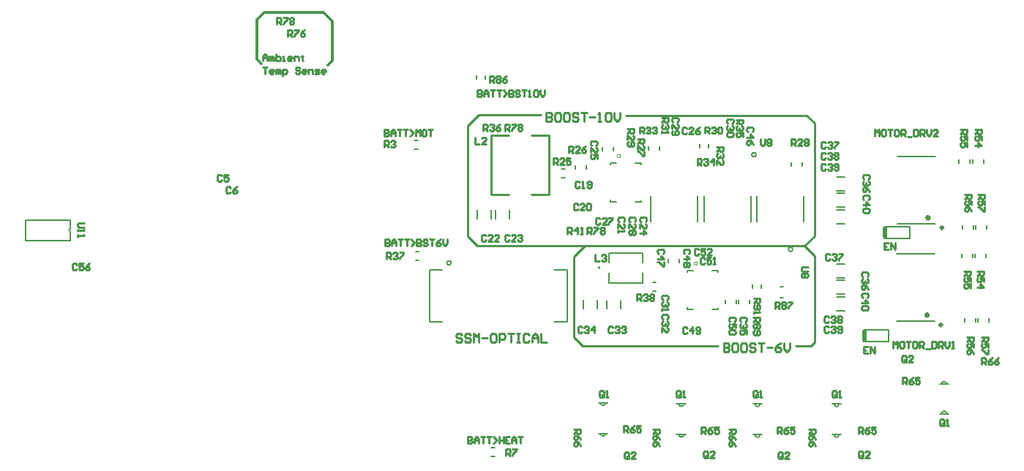
<source format=gto>
G04*
G04 #@! TF.GenerationSoftware,Altium Limited,Altium Designer,19.1.5 (86)*
G04*
G04 Layer_Color=65535*
%FSLAX44Y44*%
%MOMM*%
G71*
G01*
G75*
%ADD10C,0.2000*%
%ADD11C,0.1524*%
%ADD12C,0.0000*%
%ADD13C,0.1270*%
%ADD14C,0.3000*%
%ADD15C,0.2540*%
%ADD16C,0.5000*%
D10*
X780350Y438100D02*
G03*
X780350Y438100I-2500J0D01*
G01*
X339740Y477545D02*
G03*
X339740Y474295I0J-1625D01*
G01*
X1175470Y453910D02*
G03*
X1175470Y453910I-2500J0D01*
G01*
X1133070Y563370D02*
G03*
X1133070Y563370I-2500J0D01*
G01*
X899770Y429845D02*
X914375D01*
Y370155D02*
Y429845D01*
X899770Y370155D02*
X914375D01*
X755625Y429845D02*
X770230D01*
X755625Y370155D02*
Y429845D01*
Y370155D02*
X770230D01*
X1031950Y438640D02*
Y442640D01*
X1044450Y438640D02*
Y442640D01*
X339740Y477545D02*
Y487570D01*
Y464270D02*
Y474295D01*
X287740Y464270D02*
X339740D01*
X287740D02*
Y487570D01*
X339740D01*
X1226000Y382910D02*
X1236000D01*
X1226000Y398910D02*
X1236000D01*
X1226000Y401960D02*
X1236000D01*
X1226000Y417960D02*
X1236000D01*
X1226000Y420600D02*
X1236000D01*
X1226000Y436600D02*
X1236000D01*
X1374850Y370060D02*
Y374060D01*
X1387350Y370060D02*
Y374060D01*
X1390090Y370060D02*
Y374060D01*
X1402590Y370060D02*
Y374060D01*
X1398780Y444380D02*
Y448380D01*
X1386280Y444380D02*
Y448380D01*
X1383540Y444380D02*
Y448380D01*
X1371040Y444380D02*
Y448380D01*
X1257910Y360420D02*
X1286400D01*
Y346920D02*
Y360420D01*
X1257910Y346920D02*
X1286400D01*
X1226000Y483660D02*
X1236000D01*
X1226000Y499660D02*
X1236000D01*
X1226000Y502710D02*
X1236000D01*
X1226000Y518710D02*
X1236000D01*
X1226000Y521760D02*
X1236000D01*
X1226000Y537760D02*
X1236000D01*
X1387550Y477400D02*
Y481400D01*
X1400050Y477400D02*
Y481400D01*
X1372310Y477400D02*
Y481400D01*
X1384810Y477400D02*
Y481400D01*
X1379989Y553600D02*
Y557600D01*
X1367489Y553600D02*
Y557600D01*
X1396240Y553600D02*
Y557600D01*
X1383740Y553600D02*
Y557600D01*
X1282040Y479800D02*
X1310530D01*
Y466300D02*
Y479800D01*
X1282040Y466300D02*
X1310530D01*
X1160660Y410720D02*
X1164660D01*
X1160660Y398220D02*
X1164660D01*
X826650Y224050D02*
X830650D01*
X826650Y214050D02*
X830650D01*
X737750Y579650D02*
X741750D01*
X737750Y569650D02*
X741750D01*
X1186690Y550450D02*
Y554450D01*
X1174190Y550450D02*
Y554450D01*
X1110490Y391040D02*
Y395040D01*
X1097990Y391040D02*
Y395040D01*
X1138750Y409000D02*
Y413000D01*
X1128750Y409000D02*
Y413000D01*
X739020Y451380D02*
X743020D01*
X739020Y441380D02*
X743020D01*
X1013340Y405820D02*
X1017340D01*
X1013340Y415820D02*
X1017340D01*
X968250Y568230D02*
Y572230D01*
X955750Y568230D02*
Y572230D01*
X1113230Y391040D02*
Y395040D01*
X1125730Y391040D02*
Y395040D01*
X1021590Y568840D02*
Y572840D01*
X1009090Y568840D02*
Y572840D01*
X848080Y489640D02*
Y499640D01*
X832080Y489640D02*
Y499640D01*
X826490Y489640D02*
Y499640D01*
X810490Y489640D02*
Y499640D01*
X1067750Y571250D02*
Y575250D01*
X1077750Y571250D02*
Y575250D01*
X907930Y546630D02*
X911930D01*
X907930Y536630D02*
X911930D01*
X809680Y651390D02*
Y655390D01*
X819680Y651390D02*
Y655390D01*
X936500Y547250D02*
Y551250D01*
X924000Y547250D02*
Y551250D01*
X976750Y384750D02*
Y394750D01*
X960750Y384750D02*
Y394750D01*
X949000Y385000D02*
Y395000D01*
X933000Y385000D02*
Y395000D01*
D11*
X952348Y432410D02*
G03*
X952348Y432410I-762J0D01*
G01*
X1131672Y239370D02*
G03*
X1137768Y239370I3048J0D01*
G01*
X953182Y240640D02*
G03*
X959278Y240640I3048J0D01*
G01*
X1353668Y297790D02*
G03*
X1347572Y297790I-3048J0D01*
G01*
X1043462Y239370D02*
G03*
X1049558Y239370I3048J0D01*
G01*
X1223112D02*
G03*
X1229208Y239370I3048J0D01*
G01*
X1131672Y274930D02*
G03*
X1137768Y274930I3048J0D01*
G01*
X953182Y276200D02*
G03*
X959278Y276200I3048J0D01*
G01*
X1223112Y274930D02*
G03*
X1229208Y274930I3048J0D01*
G01*
X1353668Y263500D02*
G03*
X1347572Y263500I-3048J0D01*
G01*
X1043462Y274930D02*
G03*
X1049558Y274930I3048J0D01*
G01*
X1001624Y438238D02*
Y449682D01*
X963016Y415138D02*
X1001624D01*
Y426582D01*
X963016Y449682D02*
X1001624D01*
X963016Y438238D02*
Y449682D01*
Y415138D02*
Y426582D01*
X1129386Y239370D02*
X1131672D01*
X1137768D01*
X1140054D01*
X950896Y240640D02*
X953182D01*
X959278D01*
X961564D01*
X1353668Y297790D02*
X1355954D01*
X1347572D02*
X1353668D01*
X1345286D02*
X1347572D01*
X1041176Y239370D02*
X1043462D01*
X1049558D01*
X1051844D01*
X1220826D02*
X1223112D01*
X1229208D01*
X1231494D01*
X1129386Y274930D02*
X1131672D01*
X1137768D01*
X1140054D01*
X950896Y276200D02*
X953182D01*
X959278D01*
X961564D01*
X1220826Y274930D02*
X1223112D01*
X1229208D01*
X1231494D01*
X1353668Y263500D02*
X1355954D01*
X1347572D02*
X1353668D01*
X1345286D02*
X1347572D01*
X1041176Y274930D02*
X1043462D01*
X1049558D01*
X1051844D01*
D12*
X976470Y561570D02*
G03*
X976470Y561570I-2000J0D01*
G01*
X1065370Y437110D02*
G03*
X1065370Y437110I-2000J0D01*
G01*
D13*
X1332356Y377650D02*
G03*
X1332356Y377650I-1556J0D01*
G01*
X1331900D02*
G03*
X1331900Y377650I-1100J0D01*
G01*
X1333000D02*
G03*
X1333000Y377650I-1100J0D01*
G01*
D02*
G03*
X1333000Y377650I-1100J0D01*
G01*
X1333260D02*
G03*
X1333260Y377650I-2460J0D01*
G01*
X1333516Y490240D02*
G03*
X1333516Y490240I-1556J0D01*
G01*
X1333060D02*
G03*
X1333060Y490240I-1100J0D01*
G01*
X1334160D02*
G03*
X1334160Y490240I-1100J0D01*
G01*
D02*
G03*
X1334160Y490240I-1100J0D01*
G01*
X1334420D02*
G03*
X1334420Y490240I-2460J0D01*
G01*
X964820Y553970D02*
X971320D01*
X964820Y551970D02*
Y553970D01*
X993320D02*
X999820D01*
Y551970D02*
Y553970D01*
X993320Y508970D02*
X999820D01*
Y510470D01*
X964820Y508970D02*
X971320D01*
X964820D02*
Y510970D01*
X1053720Y429510D02*
X1060220D01*
X1053720Y427510D02*
Y429510D01*
X1082220D02*
X1088720D01*
Y427510D02*
Y429510D01*
X1082220Y384510D02*
X1088720D01*
Y386010D01*
X1053720Y384510D02*
X1060220D01*
X1053720D02*
Y386510D01*
X1295600Y370550D02*
X1339600D01*
X1295600Y448550D02*
X1339600D01*
X1296760Y483140D02*
X1340760D01*
X1296760Y561140D02*
X1340760D01*
X1188390Y486190D02*
Y515790D01*
X1134390Y486190D02*
Y515790D01*
X1127430Y486190D02*
Y515790D01*
X1073430Y486190D02*
Y515790D01*
X1065200Y486190D02*
Y515790D01*
X1011200Y486190D02*
Y515790D01*
D14*
X1348310Y366370D02*
G03*
X1348310Y366370I-1500J0D01*
G01*
X1349470Y478960D02*
G03*
X1349470Y478960I-1500J0D01*
G01*
X643230Y674980D02*
Y718160D01*
X638150Y667360D02*
X643230Y672440D01*
Y673710D02*
Y674980D01*
X633070Y728320D02*
X643230Y718160D01*
Y672440D02*
Y673710D01*
X555600D02*
X560680Y668630D01*
X555600Y719430D02*
X564490Y728320D01*
X633070D01*
X555600Y673710D02*
Y687045D01*
Y719430D01*
D15*
X1191810Y609000D02*
X1200760Y600050D01*
X1189330Y457810D02*
X1200760Y469240D01*
X1189330Y457810D02*
X1200760Y446380D01*
X1193140Y342240D02*
X1196950D01*
X935060Y457810D02*
X1189330D01*
X922630Y445380D02*
X935060Y457810D01*
X1178500Y342240D02*
X1193140D01*
X1196950D02*
X1200760Y346050D01*
Y446380D01*
X922630Y352120D02*
Y445380D01*
Y352120D02*
X932510Y342240D01*
X1089000D01*
X1200760Y469240D02*
Y600050D01*
X810940Y457810D02*
X1189330D01*
X799440Y469310D02*
Y596690D01*
Y469310D02*
X810940Y457810D01*
X812000Y609250D02*
X884220D01*
X799440Y596690D02*
X812000Y609250D01*
X982580Y609000D02*
X1191810Y609000D01*
X893801Y517373D02*
Y586207D01*
X873481Y517373D02*
X893801D01*
X826999D02*
X847319D01*
X873481Y586207D02*
X893801D01*
X826999Y517373D02*
Y586207D01*
X847319D01*
X1393800Y320650D02*
Y328148D01*
X1397549D01*
X1398798Y326898D01*
Y324399D01*
X1397549Y323149D01*
X1393800D01*
X1396299D02*
X1398798Y320650D01*
X1406296Y328148D02*
X1403797Y326898D01*
X1401298Y324399D01*
Y321900D01*
X1402547Y320650D01*
X1405046D01*
X1406296Y321900D01*
Y323149D01*
X1405046Y324399D01*
X1401298D01*
X1413794Y328148D02*
X1411294Y326898D01*
X1408795Y324399D01*
Y321900D01*
X1410045Y320650D01*
X1412544D01*
X1413794Y321900D01*
Y323149D01*
X1412544Y324399D01*
X1408795D01*
X562790Y672132D02*
Y677131D01*
X565289Y679630D01*
X567788Y677131D01*
Y672132D01*
Y675881D01*
X562790D01*
X570288Y672132D02*
Y677131D01*
X571537D01*
X572787Y675881D01*
Y672132D01*
Y675881D01*
X574036Y677131D01*
X575286Y675881D01*
Y672132D01*
X577785Y679630D02*
Y672132D01*
X581534D01*
X582784Y673382D01*
Y674632D01*
Y675881D01*
X581534Y677131D01*
X577785D01*
X585283Y672132D02*
X587782D01*
X586532D01*
Y677131D01*
X585283D01*
X595280Y672132D02*
X592780D01*
X591531Y673382D01*
Y675881D01*
X592780Y677131D01*
X595280D01*
X596529Y675881D01*
Y674632D01*
X591531D01*
X599028Y672132D02*
Y677131D01*
X602777D01*
X604027Y675881D01*
Y672132D01*
X607776Y678380D02*
Y677131D01*
X606526D01*
X609025D01*
X607776D01*
Y673382D01*
X609025Y672132D01*
X562790Y664537D02*
X567788D01*
X565289D01*
Y657039D01*
X574036D02*
X571537D01*
X570288Y658289D01*
Y660788D01*
X571537Y662038D01*
X574036D01*
X575286Y660788D01*
Y659538D01*
X570288D01*
X577785Y657039D02*
Y662038D01*
X579035D01*
X580284Y660788D01*
Y657039D01*
Y660788D01*
X581534Y662038D01*
X582784Y660788D01*
Y657039D01*
X585283Y654540D02*
Y662038D01*
X589032D01*
X590281Y660788D01*
Y658289D01*
X589032Y657039D01*
X585283D01*
X605276Y663287D02*
X604027Y664537D01*
X601528D01*
X600278Y663287D01*
Y662038D01*
X601528Y660788D01*
X604027D01*
X605276Y659538D01*
Y658289D01*
X604027Y657039D01*
X601528D01*
X600278Y658289D01*
X611524Y657039D02*
X609025D01*
X607776Y658289D01*
Y660788D01*
X609025Y662038D01*
X611524D01*
X612774Y660788D01*
Y659538D01*
X607776D01*
X615273Y657039D02*
Y662038D01*
X619022D01*
X620272Y660788D01*
Y657039D01*
X622771D02*
X626520D01*
X627769Y658289D01*
X626520Y659538D01*
X624020D01*
X622771Y660788D01*
X624020Y662038D01*
X627769D01*
X634017Y657039D02*
X631518D01*
X630268Y658289D01*
Y660788D01*
X631518Y662038D01*
X634017D01*
X635267Y660788D01*
Y659538D01*
X630268D01*
X792664Y354831D02*
X790998Y356497D01*
X787666D01*
X786000Y354831D01*
Y353164D01*
X787666Y351498D01*
X790998D01*
X792664Y349832D01*
Y348166D01*
X790998Y346500D01*
X787666D01*
X786000Y348166D01*
X802661Y354831D02*
X800995Y356497D01*
X797663D01*
X795997Y354831D01*
Y353164D01*
X797663Y351498D01*
X800995D01*
X802661Y349832D01*
Y348166D01*
X800995Y346500D01*
X797663D01*
X795997Y348166D01*
X805994Y346500D02*
Y356497D01*
X809326Y353164D01*
X812658Y356497D01*
Y346500D01*
X815990Y351498D02*
X822655D01*
X830985Y356497D02*
X827653D01*
X825987Y354831D01*
Y348166D01*
X827653Y346500D01*
X830985D01*
X832652Y348166D01*
Y354831D01*
X830985Y356497D01*
X835984Y346500D02*
Y356497D01*
X840982D01*
X842648Y354831D01*
Y351498D01*
X840982Y349832D01*
X835984D01*
X845981Y356497D02*
X852645D01*
X849313D01*
Y346500D01*
X855977Y356497D02*
X859310D01*
X857644D01*
Y346500D01*
X855977D01*
X859310D01*
X870973Y354831D02*
X869306Y356497D01*
X865974D01*
X864308Y354831D01*
Y348166D01*
X865974Y346500D01*
X869306D01*
X870973Y348166D01*
X874305Y346500D02*
Y353164D01*
X877637Y356497D01*
X880969Y353164D01*
Y346500D01*
Y351498D01*
X874305D01*
X884302Y356497D02*
Y346500D01*
X890966D01*
X1270500Y585000D02*
Y592498D01*
X1272999Y589998D01*
X1275498Y592498D01*
Y585000D01*
X1281746Y592498D02*
X1279247D01*
X1277998Y591248D01*
Y586250D01*
X1279247Y585000D01*
X1281746D01*
X1282996Y586250D01*
Y591248D01*
X1281746Y592498D01*
X1285495D02*
X1290494D01*
X1287994D01*
Y585000D01*
X1296742Y592498D02*
X1294242D01*
X1292993Y591248D01*
Y586250D01*
X1294242Y585000D01*
X1296742D01*
X1297991Y586250D01*
Y591248D01*
X1296742Y592498D01*
X1300490Y585000D02*
Y592498D01*
X1304239D01*
X1305489Y591248D01*
Y588749D01*
X1304239Y587499D01*
X1300490D01*
X1302990D02*
X1305489Y585000D01*
X1307988Y583750D02*
X1312986D01*
X1315486Y592498D02*
Y585000D01*
X1319234D01*
X1320484Y586250D01*
Y591248D01*
X1319234Y592498D01*
X1315486D01*
X1322983Y585000D02*
Y592498D01*
X1326732D01*
X1327982Y591248D01*
Y588749D01*
X1326732Y587499D01*
X1322983D01*
X1325482D02*
X1327982Y585000D01*
X1330481Y592498D02*
Y587499D01*
X1332980Y585000D01*
X1335479Y587499D01*
Y592498D01*
X1342977Y585000D02*
X1337978D01*
X1342977Y589998D01*
Y591248D01*
X1341727Y592498D01*
X1339228D01*
X1337978Y591248D01*
X1291750Y339750D02*
Y347248D01*
X1294249Y344748D01*
X1296748Y347248D01*
Y339750D01*
X1302996Y347248D02*
X1300497D01*
X1299248Y345998D01*
Y341000D01*
X1300497Y339750D01*
X1302996D01*
X1304246Y341000D01*
Y345998D01*
X1302996Y347248D01*
X1306745D02*
X1311744D01*
X1309244D01*
Y339750D01*
X1317992Y347248D02*
X1315492D01*
X1314243Y345998D01*
Y341000D01*
X1315492Y339750D01*
X1317992D01*
X1319241Y341000D01*
Y345998D01*
X1317992Y347248D01*
X1321740Y339750D02*
Y347248D01*
X1325489D01*
X1326739Y345998D01*
Y343499D01*
X1325489Y342249D01*
X1321740D01*
X1324240D02*
X1326739Y339750D01*
X1329238Y338500D02*
X1334236D01*
X1336736Y347248D02*
Y339750D01*
X1340484D01*
X1341734Y341000D01*
Y345998D01*
X1340484Y347248D01*
X1336736D01*
X1344233Y339750D02*
Y347248D01*
X1347982D01*
X1349232Y345998D01*
Y343499D01*
X1347982Y342249D01*
X1344233D01*
X1346732D02*
X1349232Y339750D01*
X1351731Y347248D02*
Y342249D01*
X1354230Y339750D01*
X1356729Y342249D01*
Y347248D01*
X1359228Y339750D02*
X1361728D01*
X1360478D01*
Y347248D01*
X1359228Y345998D01*
X1286498Y461248D02*
X1281500D01*
Y453750D01*
X1286498D01*
X1281500Y457499D02*
X1283999D01*
X1288998Y453750D02*
Y461248D01*
X1293996Y453750D01*
Y461248D01*
X1262998Y340998D02*
X1258000D01*
Y333500D01*
X1262998D01*
X1258000Y337249D02*
X1260499D01*
X1265498Y333500D02*
Y340998D01*
X1270496Y333500D01*
Y340998D01*
X890500Y612247D02*
Y602250D01*
X895498D01*
X897165Y603916D01*
Y605582D01*
X895498Y607248D01*
X890500D01*
X895498D01*
X897165Y608914D01*
Y610581D01*
X895498Y612247D01*
X890500D01*
X905495D02*
X902163D01*
X900497Y610581D01*
Y603916D01*
X902163Y602250D01*
X905495D01*
X907161Y603916D01*
Y610581D01*
X905495Y612247D01*
X915492D02*
X912160D01*
X910494Y610581D01*
Y603916D01*
X912160Y602250D01*
X915492D01*
X917158Y603916D01*
Y610581D01*
X915492Y612247D01*
X927155Y610581D02*
X925489Y612247D01*
X922157D01*
X920490Y610581D01*
Y608914D01*
X922157Y607248D01*
X925489D01*
X927155Y605582D01*
Y603916D01*
X925489Y602250D01*
X922157D01*
X920490Y603916D01*
X930487Y612247D02*
X937152D01*
X933819D01*
Y602250D01*
X940484Y607248D02*
X947148D01*
X950481Y602250D02*
X953813D01*
X952147D01*
Y612247D01*
X950481Y610581D01*
X958811D02*
X960478Y612247D01*
X963810D01*
X965476Y610581D01*
Y603916D01*
X963810Y602250D01*
X960478D01*
X958811Y603916D01*
Y610581D01*
X968808Y612247D02*
Y605582D01*
X972140Y602250D01*
X975473Y605582D01*
Y612247D01*
X1095500Y344997D02*
Y335000D01*
X1100498D01*
X1102165Y336666D01*
Y338332D01*
X1100498Y339998D01*
X1095500D01*
X1100498D01*
X1102165Y341665D01*
Y343331D01*
X1100498Y344997D01*
X1095500D01*
X1110495D02*
X1107163D01*
X1105497Y343331D01*
Y336666D01*
X1107163Y335000D01*
X1110495D01*
X1112161Y336666D01*
Y343331D01*
X1110495Y344997D01*
X1120492D02*
X1117160D01*
X1115494Y343331D01*
Y336666D01*
X1117160Y335000D01*
X1120492D01*
X1122158Y336666D01*
Y343331D01*
X1120492Y344997D01*
X1132155Y343331D02*
X1130489Y344997D01*
X1127157D01*
X1125490Y343331D01*
Y341665D01*
X1127157Y339998D01*
X1130489D01*
X1132155Y338332D01*
Y336666D01*
X1130489Y335000D01*
X1127157D01*
X1125490Y336666D01*
X1135487Y344997D02*
X1142152D01*
X1138819D01*
Y335000D01*
X1145484Y339998D02*
X1152148D01*
X1162145Y344997D02*
X1158813Y343331D01*
X1155481Y339998D01*
Y336666D01*
X1157147Y335000D01*
X1160479D01*
X1162145Y336666D01*
Y338332D01*
X1160479Y339998D01*
X1155481D01*
X1165478Y344997D02*
Y338332D01*
X1168810Y335000D01*
X1172142Y338332D01*
Y344997D01*
X702920Y592308D02*
Y584810D01*
X706669D01*
X707918Y586060D01*
Y587309D01*
X706669Y588559D01*
X702920D01*
X706669D01*
X707918Y589808D01*
Y591058D01*
X706669Y592308D01*
X702920D01*
X710418Y584810D02*
Y589808D01*
X712917Y592308D01*
X715416Y589808D01*
Y584810D01*
Y588559D01*
X710418D01*
X717915Y592308D02*
X722914D01*
X720414D01*
Y584810D01*
X725413Y592308D02*
X730411D01*
X727912D01*
Y584810D01*
X732910D02*
X736659Y588559D01*
X732910Y592308D01*
X739158Y584810D02*
Y592308D01*
X741658Y589808D01*
X744157Y592308D01*
Y584810D01*
X750405Y592308D02*
X747906D01*
X746656Y591058D01*
Y586060D01*
X747906Y584810D01*
X750405D01*
X751654Y586060D01*
Y591058D01*
X750405Y592308D01*
X754154D02*
X759152D01*
X756653D01*
Y584810D01*
X810870Y638028D02*
Y630530D01*
X814619D01*
X815868Y631780D01*
Y633029D01*
X814619Y634279D01*
X810870D01*
X814619D01*
X815868Y635528D01*
Y636778D01*
X814619Y638028D01*
X810870D01*
X818368Y630530D02*
Y635528D01*
X820867Y638028D01*
X823366Y635528D01*
Y630530D01*
Y634279D01*
X818368D01*
X825865Y638028D02*
X830864D01*
X828364D01*
Y630530D01*
X833363Y638028D02*
X838361D01*
X835862D01*
Y630530D01*
X840860D02*
X844609Y634279D01*
X840860Y638028D01*
X847108D02*
Y630530D01*
X850857D01*
X852107Y631780D01*
Y633029D01*
X850857Y634279D01*
X847108D01*
X850857D01*
X852107Y635528D01*
Y636778D01*
X850857Y638028D01*
X847108D01*
X859604Y636778D02*
X858355Y638028D01*
X855856D01*
X854606Y636778D01*
Y635528D01*
X855856Y634279D01*
X858355D01*
X859604Y633029D01*
Y631780D01*
X858355Y630530D01*
X855856D01*
X854606Y631780D01*
X862104Y638028D02*
X867102D01*
X864603D01*
Y630530D01*
X869601D02*
X872100D01*
X870851D01*
Y638028D01*
X869601Y636778D01*
X875849D02*
X877099Y638028D01*
X879598D01*
X880848Y636778D01*
Y631780D01*
X879598Y630530D01*
X877099D01*
X875849Y631780D01*
Y636778D01*
X883347Y638028D02*
Y633029D01*
X885846Y630530D01*
X888345Y633029D01*
Y638028D01*
X704190Y465308D02*
Y457810D01*
X707939D01*
X709188Y459060D01*
Y460309D01*
X707939Y461559D01*
X704190D01*
X707939D01*
X709188Y462808D01*
Y464058D01*
X707939Y465308D01*
X704190D01*
X711688Y457810D02*
Y462808D01*
X714187Y465308D01*
X716686Y462808D01*
Y457810D01*
Y461559D01*
X711688D01*
X719185Y465308D02*
X724184D01*
X721684D01*
Y457810D01*
X726683Y465308D02*
X731681D01*
X729182D01*
Y457810D01*
X734180D02*
X737929Y461559D01*
X734180Y465308D01*
X740428D02*
Y457810D01*
X744177D01*
X745427Y459060D01*
Y460309D01*
X744177Y461559D01*
X740428D01*
X744177D01*
X745427Y462808D01*
Y464058D01*
X744177Y465308D01*
X740428D01*
X752924Y464058D02*
X751675Y465308D01*
X749176D01*
X747926Y464058D01*
Y462808D01*
X749176Y461559D01*
X751675D01*
X752924Y460309D01*
Y459060D01*
X751675Y457810D01*
X749176D01*
X747926Y459060D01*
X755424Y465308D02*
X760422D01*
X757923D01*
Y457810D01*
X767920Y465308D02*
X765420Y464058D01*
X762921Y461559D01*
Y459060D01*
X764171Y457810D01*
X766670D01*
X767920Y459060D01*
Y460309D01*
X766670Y461559D01*
X762921D01*
X770419Y465308D02*
Y460309D01*
X772918Y457810D01*
X775417Y460309D01*
Y465308D01*
X799440Y236708D02*
Y229210D01*
X803189D01*
X804438Y230460D01*
Y231709D01*
X803189Y232959D01*
X799440D01*
X803189D01*
X804438Y234208D01*
Y235458D01*
X803189Y236708D01*
X799440D01*
X806938Y229210D02*
Y234208D01*
X809437Y236708D01*
X811936Y234208D01*
Y229210D01*
Y232959D01*
X806938D01*
X814435Y236708D02*
X819434D01*
X816934D01*
Y229210D01*
X821933Y236708D02*
X826931D01*
X824432D01*
Y229210D01*
X829430D02*
X833179Y232959D01*
X829430Y236708D01*
X835678D02*
Y229210D01*
Y232959D01*
X840677D01*
Y236708D01*
Y229210D01*
X848174Y236708D02*
X843176D01*
Y229210D01*
X848174D01*
X843176Y232959D02*
X845675D01*
X850674Y229210D02*
Y234208D01*
X853173Y236708D01*
X855672Y234208D01*
Y229210D01*
Y232959D01*
X850674D01*
X858171Y236708D02*
X863170D01*
X860670D01*
Y229210D01*
X1262888Y535362D02*
X1264138Y536611D01*
Y539110D01*
X1262888Y540360D01*
X1257890D01*
X1256640Y539110D01*
Y536611D01*
X1257890Y535362D01*
X1262888Y532862D02*
X1264138Y531613D01*
Y529114D01*
X1262888Y527864D01*
X1261638D01*
X1260389Y529114D01*
Y530363D01*
Y529114D01*
X1259139Y527864D01*
X1257890D01*
X1256640Y529114D01*
Y531613D01*
X1257890Y532862D01*
X1264138Y520366D02*
X1262888Y522866D01*
X1260389Y525365D01*
X1257890D01*
X1256640Y524115D01*
Y521616D01*
X1257890Y520366D01*
X1259139D01*
X1260389Y521616D01*
Y525365D01*
X1261618Y422332D02*
X1262868Y423581D01*
Y426080D01*
X1261618Y427330D01*
X1256620D01*
X1255370Y426080D01*
Y423581D01*
X1256620Y422332D01*
X1261618Y419832D02*
X1262868Y418583D01*
Y416084D01*
X1261618Y414834D01*
X1260368D01*
X1259119Y416084D01*
Y417333D01*
Y416084D01*
X1257869Y414834D01*
X1256620D01*
X1255370Y416084D01*
Y418583D01*
X1256620Y419832D01*
X1262868Y407336D02*
X1261618Y409836D01*
X1259119Y412335D01*
X1256620D01*
X1255370Y411085D01*
Y408586D01*
X1256620Y407336D01*
X1257869D01*
X1259119Y408586D01*
Y412335D01*
X356088Y484480D02*
X349840D01*
X348590Y483230D01*
Y480731D01*
X349840Y479482D01*
X356088D01*
X348590Y476982D02*
Y474483D01*
Y475733D01*
X356088D01*
X354838Y476982D01*
X348590Y470734D02*
Y468235D01*
Y469485D01*
X356088D01*
X354838Y470734D01*
X946760Y447528D02*
Y440030D01*
X951758D01*
X954258Y446278D02*
X955507Y447528D01*
X958006D01*
X959256Y446278D01*
Y445028D01*
X958006Y443779D01*
X956757D01*
X958006D01*
X959256Y442529D01*
Y441280D01*
X958006Y440030D01*
X955507D01*
X954258Y441280D01*
X915010Y471780D02*
Y479278D01*
X918759D01*
X920008Y478028D01*
Y475529D01*
X918759Y474279D01*
X915010D01*
X917509D02*
X920008Y471780D01*
X926256D02*
Y479278D01*
X922508Y475529D01*
X927506D01*
X930005Y471780D02*
X932504D01*
X931255D01*
Y479278D01*
X930005Y478028D01*
X1193018Y433680D02*
X1186770D01*
X1185520Y432430D01*
Y429931D01*
X1186770Y428682D01*
X1193018D01*
X1191768Y426182D02*
X1193018Y424933D01*
Y422434D01*
X1191768Y421184D01*
X1190518D01*
X1189269Y422434D01*
X1188019Y421184D01*
X1186770D01*
X1185520Y422434D01*
Y424933D01*
X1186770Y426182D01*
X1188019D01*
X1189269Y424933D01*
X1190518Y426182D01*
X1191768D01*
X1189269Y424933D02*
Y422434D01*
X1130250Y397000D02*
X1137748D01*
Y393251D01*
X1136498Y392002D01*
X1133999D01*
X1132749Y393251D01*
Y397000D01*
Y394501D02*
X1130250Y392002D01*
X1131500Y389502D02*
X1130250Y388253D01*
Y385754D01*
X1131500Y384504D01*
X1136498D01*
X1137748Y385754D01*
Y388253D01*
X1136498Y389502D01*
X1135248D01*
X1133999Y388253D01*
Y384504D01*
X1130250Y382005D02*
Y379506D01*
Y380755D01*
X1137748D01*
X1136498Y382005D01*
X1130000Y375000D02*
X1137498D01*
Y371251D01*
X1136248Y370002D01*
X1133749D01*
X1132499Y371251D01*
Y375000D01*
Y372501D02*
X1130000Y370002D01*
X1136248Y367502D02*
X1137498Y366253D01*
Y363754D01*
X1136248Y362504D01*
X1134998D01*
X1133749Y363754D01*
X1132499Y362504D01*
X1131250D01*
X1130000Y363754D01*
Y366253D01*
X1131250Y367502D01*
X1132499D01*
X1133749Y366253D01*
X1134998Y367502D01*
X1136248D01*
X1133749Y366253D02*
Y363754D01*
X1131250Y360005D02*
X1130000Y358755D01*
Y356256D01*
X1131250Y355006D01*
X1136248D01*
X1137498Y356256D01*
Y358755D01*
X1136248Y360005D01*
X1134998D01*
X1133749Y358755D01*
Y355006D01*
X1155040Y385420D02*
Y392918D01*
X1158789D01*
X1160038Y391668D01*
Y389169D01*
X1158789Y387919D01*
X1155040D01*
X1157539D02*
X1160038Y385420D01*
X1162538Y391668D02*
X1163787Y392918D01*
X1166286D01*
X1167536Y391668D01*
Y390418D01*
X1166286Y389169D01*
X1167536Y387919D01*
Y386670D01*
X1166286Y385420D01*
X1163787D01*
X1162538Y386670D01*
Y387919D01*
X1163787Y389169D01*
X1162538Y390418D01*
Y391668D01*
X1163787Y389169D02*
X1166286D01*
X1170035Y392918D02*
X1175034D01*
Y391668D01*
X1170035Y386670D01*
Y385420D01*
X1066748Y453498D02*
X1065499Y454748D01*
X1063000D01*
X1061750Y453498D01*
Y448500D01*
X1063000Y447250D01*
X1065499D01*
X1066748Y448500D01*
X1074246Y454748D02*
X1069248D01*
Y450999D01*
X1071747Y452248D01*
X1072996D01*
X1074246Y450999D01*
Y448500D01*
X1072996Y447250D01*
X1070497D01*
X1069248Y448500D01*
X1081744Y447250D02*
X1076745D01*
X1081744Y452248D01*
Y453498D01*
X1080494Y454748D01*
X1077995D01*
X1076745Y453498D01*
X1073498Y442998D02*
X1072249Y444248D01*
X1069750D01*
X1068500Y442998D01*
Y438000D01*
X1069750Y436750D01*
X1072249D01*
X1073498Y438000D01*
X1080996Y444248D02*
X1075998D01*
Y440499D01*
X1078497Y441748D01*
X1079746D01*
X1080996Y440499D01*
Y438000D01*
X1079746Y436750D01*
X1077247D01*
X1075998Y438000D01*
X1083495Y436750D02*
X1085994D01*
X1084745D01*
Y444248D01*
X1083495Y442998D01*
X1107948Y370262D02*
X1109198Y371511D01*
Y374010D01*
X1107948Y375260D01*
X1102950D01*
X1101700Y374010D01*
Y371511D01*
X1102950Y370262D01*
X1109198Y362764D02*
Y367762D01*
X1105449D01*
X1106698Y365263D01*
Y364014D01*
X1105449Y362764D01*
X1102950D01*
X1101700Y364014D01*
Y366513D01*
X1102950Y367762D01*
X1107948Y360265D02*
X1109198Y359015D01*
Y356516D01*
X1107948Y355266D01*
X1102950D01*
X1101700Y356516D01*
Y359015D01*
X1102950Y360265D01*
X1107948D01*
X1053358Y362458D02*
X1052109Y363708D01*
X1049610D01*
X1048360Y362458D01*
Y357460D01*
X1049610Y356210D01*
X1052109D01*
X1053358Y357460D01*
X1059606Y356210D02*
Y363708D01*
X1055858Y359959D01*
X1060856D01*
X1063355Y357460D02*
X1064605Y356210D01*
X1067104D01*
X1068354Y357460D01*
Y362458D01*
X1067104Y363708D01*
X1064605D01*
X1063355Y362458D01*
Y361208D01*
X1064605Y359959D01*
X1068354D01*
X1055248Y448752D02*
X1056498Y450001D01*
Y452500D01*
X1055248Y453750D01*
X1050250D01*
X1049000Y452500D01*
Y450001D01*
X1050250Y448752D01*
X1049000Y442504D02*
X1056498D01*
X1052749Y446252D01*
Y441254D01*
X1055248Y438755D02*
X1056498Y437505D01*
Y435006D01*
X1055248Y433756D01*
X1053998D01*
X1052749Y435006D01*
X1051499Y433756D01*
X1050250D01*
X1049000Y435006D01*
Y437505D01*
X1050250Y438755D01*
X1051499D01*
X1052749Y437505D01*
X1053998Y438755D01*
X1055248D01*
X1052749Y437505D02*
Y435006D01*
X1025398Y449002D02*
X1026648Y450251D01*
Y452750D01*
X1025398Y454000D01*
X1020400D01*
X1019150Y452750D01*
Y450251D01*
X1020400Y449002D01*
X1019150Y442754D02*
X1026648D01*
X1022899Y446502D01*
Y441504D01*
X1026648Y439005D02*
Y434006D01*
X1025398D01*
X1020400Y439005D01*
X1019150D01*
X1302360Y297790D02*
Y305288D01*
X1306109D01*
X1307358Y304038D01*
Y301539D01*
X1306109Y300289D01*
X1302360D01*
X1304859D02*
X1307358Y297790D01*
X1314856Y305288D02*
X1312357Y304038D01*
X1309858Y301539D01*
Y299040D01*
X1311107Y297790D01*
X1313606D01*
X1314856Y299040D01*
Y300289D01*
X1313606Y301539D01*
X1309858D01*
X1322354Y305288D02*
X1317355D01*
Y301539D01*
X1319854Y302788D01*
X1321104D01*
X1322354Y301539D01*
Y299040D01*
X1321104Y297790D01*
X1318605D01*
X1317355Y299040D01*
X1350538Y250780D02*
Y255778D01*
X1349289Y257028D01*
X1346790D01*
X1345540Y255778D01*
Y250780D01*
X1346790Y249530D01*
X1349289D01*
X1348039Y252029D02*
X1350538Y249530D01*
X1349289D02*
X1350538Y250780D01*
X1353038Y249530D02*
X1355537D01*
X1354287D01*
Y257028D01*
X1353038Y255778D01*
X1306998Y324500D02*
Y329498D01*
X1305749Y330748D01*
X1303250D01*
X1302000Y329498D01*
Y324500D01*
X1303250Y323250D01*
X1305749D01*
X1304499Y325749D02*
X1306998Y323250D01*
X1305749D02*
X1306998Y324500D01*
X1314496Y323250D02*
X1309498D01*
X1314496Y328248D01*
Y329498D01*
X1313246Y330748D01*
X1310747D01*
X1309498Y329498D01*
X824840Y647040D02*
Y654538D01*
X828589D01*
X829838Y653288D01*
Y650789D01*
X828589Y649539D01*
X824840D01*
X827339D02*
X829838Y647040D01*
X832338Y653288D02*
X833587Y654538D01*
X836086D01*
X837336Y653288D01*
Y652038D01*
X836086Y650789D01*
X837336Y649539D01*
Y648290D01*
X836086Y647040D01*
X833587D01*
X832338Y648290D01*
Y649539D01*
X833587Y650789D01*
X832338Y652038D01*
Y653288D01*
X833587Y650789D02*
X836086D01*
X844834Y654538D02*
X842334Y653288D01*
X839835Y650789D01*
Y648290D01*
X841085Y647040D01*
X843584D01*
X844834Y648290D01*
Y649539D01*
X843584Y650789D01*
X839835D01*
X992378Y485832D02*
X993628Y487081D01*
Y489580D01*
X992378Y490830D01*
X987380D01*
X986130Y489580D01*
Y487081D01*
X987380Y485832D01*
X986130Y478334D02*
Y483332D01*
X991128Y478334D01*
X992378D01*
X993628Y479584D01*
Y482083D01*
X992378Y483332D01*
Y475835D02*
X993628Y474585D01*
Y472086D01*
X992378Y470836D01*
X991128D01*
X989879Y472086D01*
X988629Y470836D01*
X987380D01*
X986130Y472086D01*
Y474585D01*
X987380Y475835D01*
X988629D01*
X989879Y474585D01*
X991128Y475835D01*
X992378D01*
X989879Y474585D02*
Y472086D01*
X1138250Y581498D02*
Y575250D01*
X1139500Y574000D01*
X1141999D01*
X1143248Y575250D01*
Y581498D01*
X1145748Y580248D02*
X1146997Y581498D01*
X1149496D01*
X1150746Y580248D01*
Y578998D01*
X1149496Y577749D01*
X1150746Y576499D01*
Y575250D01*
X1149496Y574000D01*
X1146997D01*
X1145748Y575250D01*
Y576499D01*
X1146997Y577749D01*
X1145748Y578998D01*
Y580248D01*
X1146997Y577749D02*
X1149496D01*
X578460Y714350D02*
Y721848D01*
X582209D01*
X583458Y720598D01*
Y718099D01*
X582209Y716849D01*
X578460D01*
X580959D02*
X583458Y714350D01*
X585958Y721848D02*
X590956D01*
Y720598D01*
X585958Y715600D01*
Y714350D01*
X593455Y720598D02*
X594705Y721848D01*
X597204D01*
X598454Y720598D01*
Y719348D01*
X597204Y718099D01*
X598454Y716849D01*
Y715600D01*
X597204Y714350D01*
X594705D01*
X593455Y715600D01*
Y716849D01*
X594705Y718099D01*
X593455Y719348D01*
Y720598D01*
X594705Y718099D02*
X597204D01*
X937870Y471780D02*
Y479278D01*
X941619D01*
X942868Y478028D01*
Y475529D01*
X941619Y474279D01*
X937870D01*
X940369D02*
X942868Y471780D01*
X945368Y479278D02*
X950366D01*
Y478028D01*
X945368Y473030D01*
Y471780D01*
X952865Y478028D02*
X954115Y479278D01*
X956614D01*
X957864Y478028D01*
Y476778D01*
X956614Y475529D01*
X957864Y474279D01*
Y473030D01*
X956614Y471780D01*
X954115D01*
X952865Y473030D01*
Y474279D01*
X954115Y475529D01*
X952865Y476778D01*
Y478028D01*
X954115Y475529D02*
X956614D01*
X842620Y591160D02*
Y598658D01*
X846369D01*
X847618Y597408D01*
Y594909D01*
X846369Y593659D01*
X842620D01*
X845119D02*
X847618Y591160D01*
X850118Y598658D02*
X855116D01*
Y597408D01*
X850118Y592410D01*
Y591160D01*
X857615Y597408D02*
X858865Y598658D01*
X861364D01*
X862614Y597408D01*
Y596158D01*
X861364Y594909D01*
X862614Y593659D01*
Y592410D01*
X861364Y591160D01*
X858865D01*
X857615Y592410D01*
Y593659D01*
X858865Y594909D01*
X857615Y596158D01*
Y597408D01*
X858865Y594909D02*
X861364D01*
X591160Y700380D02*
Y707878D01*
X594909D01*
X596158Y706628D01*
Y704129D01*
X594909Y702879D01*
X591160D01*
X593659D02*
X596158Y700380D01*
X598658Y707878D02*
X603656D01*
Y706628D01*
X598658Y701630D01*
Y700380D01*
X611154Y707878D02*
X608654Y706628D01*
X606155Y704129D01*
Y701630D01*
X607405Y700380D01*
X609904D01*
X611154Y701630D01*
Y702879D01*
X609904Y704129D01*
X606155D01*
X922630Y245720D02*
X930128D01*
Y241971D01*
X928878Y240722D01*
X926379D01*
X925129Y241971D01*
Y245720D01*
Y243221D02*
X922630Y240722D01*
X930128Y233224D02*
X928878Y235723D01*
X926379Y238222D01*
X923880D01*
X922630Y236973D01*
Y234474D01*
X923880Y233224D01*
X925129D01*
X926379Y234474D01*
Y238222D01*
X930128Y225726D02*
X928878Y228226D01*
X926379Y230725D01*
X923880D01*
X922630Y229475D01*
Y226976D01*
X923880Y225726D01*
X925129D01*
X926379Y226976D01*
Y230725D01*
X1014070Y245720D02*
X1021568D01*
Y241971D01*
X1020318Y240722D01*
X1017819D01*
X1016569Y241971D01*
Y245720D01*
Y243221D02*
X1014070Y240722D01*
X1021568Y233224D02*
X1020318Y235723D01*
X1017819Y238222D01*
X1015320D01*
X1014070Y236973D01*
Y234474D01*
X1015320Y233224D01*
X1016569D01*
X1017819Y234474D01*
Y238222D01*
X1021568Y225726D02*
X1020318Y228226D01*
X1017819Y230725D01*
X1015320D01*
X1014070Y229475D01*
Y226976D01*
X1015320Y225726D01*
X1016569D01*
X1017819Y226976D01*
Y230725D01*
X1101700Y245720D02*
X1109198D01*
Y241971D01*
X1107948Y240722D01*
X1105449D01*
X1104199Y241971D01*
Y245720D01*
Y243221D02*
X1101700Y240722D01*
X1109198Y233224D02*
X1107948Y235723D01*
X1105449Y238222D01*
X1102950D01*
X1101700Y236973D01*
Y234474D01*
X1102950Y233224D01*
X1104199D01*
X1105449Y234474D01*
Y238222D01*
X1109198Y225726D02*
X1107948Y228226D01*
X1105449Y230725D01*
X1102950D01*
X1101700Y229475D01*
Y226976D01*
X1102950Y225726D01*
X1104199D01*
X1105449Y226976D01*
Y230725D01*
X1194500Y245750D02*
X1201998D01*
Y242001D01*
X1200748Y240752D01*
X1198249D01*
X1196999Y242001D01*
Y245750D01*
Y243251D02*
X1194500Y240752D01*
X1201998Y233254D02*
X1200748Y235753D01*
X1198249Y238252D01*
X1195750D01*
X1194500Y237003D01*
Y234504D01*
X1195750Y233254D01*
X1196999D01*
X1198249Y234504D01*
Y238252D01*
X1201998Y225756D02*
X1200748Y228256D01*
X1198249Y230755D01*
X1195750D01*
X1194500Y229505D01*
Y227006D01*
X1195750Y225756D01*
X1196999D01*
X1198249Y227006D01*
Y230755D01*
X979780Y241910D02*
Y249408D01*
X983529D01*
X984778Y248158D01*
Y245659D01*
X983529Y244409D01*
X979780D01*
X982279D02*
X984778Y241910D01*
X992276Y249408D02*
X989777Y248158D01*
X987278Y245659D01*
Y243160D01*
X988527Y241910D01*
X991026D01*
X992276Y243160D01*
Y244409D01*
X991026Y245659D01*
X987278D01*
X999774Y249408D02*
X994775D01*
Y245659D01*
X997274Y246908D01*
X998524D01*
X999774Y245659D01*
Y243160D01*
X998524Y241910D01*
X996025D01*
X994775Y243160D01*
X1069950Y240640D02*
Y248138D01*
X1073699D01*
X1074948Y246888D01*
Y244389D01*
X1073699Y243139D01*
X1069950D01*
X1072449D02*
X1074948Y240640D01*
X1082446Y248138D02*
X1079947Y246888D01*
X1077448Y244389D01*
Y241890D01*
X1078697Y240640D01*
X1081196D01*
X1082446Y241890D01*
Y243139D01*
X1081196Y244389D01*
X1077448D01*
X1089944Y248138D02*
X1084945D01*
Y244389D01*
X1087444Y245638D01*
X1088694D01*
X1089944Y244389D01*
Y241890D01*
X1088694Y240640D01*
X1086195D01*
X1084945Y241890D01*
X1157580Y240640D02*
Y248138D01*
X1161329D01*
X1162578Y246888D01*
Y244389D01*
X1161329Y243139D01*
X1157580D01*
X1160079D02*
X1162578Y240640D01*
X1170076Y248138D02*
X1167577Y246888D01*
X1165078Y244389D01*
Y241890D01*
X1166327Y240640D01*
X1168826D01*
X1170076Y241890D01*
Y243139D01*
X1168826Y244389D01*
X1165078D01*
X1177574Y248138D02*
X1172575D01*
Y244389D01*
X1175074Y245638D01*
X1176324D01*
X1177574Y244389D01*
Y241890D01*
X1176324Y240640D01*
X1173825D01*
X1172575Y241890D01*
X1251560Y240640D02*
Y248138D01*
X1255309D01*
X1256558Y246888D01*
Y244389D01*
X1255309Y243139D01*
X1251560D01*
X1254059D02*
X1256558Y240640D01*
X1264056Y248138D02*
X1261557Y246888D01*
X1259058Y244389D01*
Y241890D01*
X1260307Y240640D01*
X1262806D01*
X1264056Y241890D01*
Y243139D01*
X1262806Y244389D01*
X1259058D01*
X1271554Y248138D02*
X1266555D01*
Y244389D01*
X1269054Y245638D01*
X1270304D01*
X1271554Y244389D01*
Y241890D01*
X1270304Y240640D01*
X1267805D01*
X1266555Y241890D01*
X1389990Y517500D02*
X1397488D01*
Y513751D01*
X1396238Y512502D01*
X1393739D01*
X1392489Y513751D01*
Y517500D01*
Y515001D02*
X1389990Y512502D01*
X1397488Y505004D02*
Y510002D01*
X1393739D01*
X1394988Y507503D01*
Y506254D01*
X1393739Y505004D01*
X1391240D01*
X1389990Y506254D01*
Y508753D01*
X1391240Y510002D01*
X1397488Y502505D02*
Y497506D01*
X1396238D01*
X1391240Y502505D01*
X1389990D01*
X1393800Y352400D02*
X1401298D01*
Y348651D01*
X1400048Y347402D01*
X1397549D01*
X1396299Y348651D01*
Y352400D01*
Y349901D02*
X1393800Y347402D01*
X1401298Y339904D02*
Y344902D01*
X1397549D01*
X1398798Y342403D01*
Y341154D01*
X1397549Y339904D01*
X1395050D01*
X1393800Y341154D01*
Y343653D01*
X1395050Y344902D01*
X1401298Y337405D02*
Y332406D01*
X1400048D01*
X1395050Y337405D01*
X1393800D01*
X1374750Y517500D02*
X1382248D01*
Y513751D01*
X1380998Y512502D01*
X1378499D01*
X1377249Y513751D01*
Y517500D01*
Y515001D02*
X1374750Y512502D01*
X1382248Y505004D02*
Y510002D01*
X1378499D01*
X1379748Y507503D01*
Y506254D01*
X1378499Y505004D01*
X1376000D01*
X1374750Y506254D01*
Y508753D01*
X1376000Y510002D01*
X1382248Y497506D02*
X1380998Y500006D01*
X1378499Y502505D01*
X1376000D01*
X1374750Y501255D01*
Y498756D01*
X1376000Y497506D01*
X1377249D01*
X1378499Y498756D01*
Y502505D01*
X1377290Y352400D02*
X1384788D01*
Y348651D01*
X1383538Y347402D01*
X1381039D01*
X1379789Y348651D01*
Y352400D01*
Y349901D02*
X1377290Y347402D01*
X1384788Y339904D02*
Y344902D01*
X1381039D01*
X1382288Y342403D01*
Y341154D01*
X1381039Y339904D01*
X1378540D01*
X1377290Y341154D01*
Y343653D01*
X1378540Y344902D01*
X1384788Y332406D02*
X1383538Y334906D01*
X1381039Y337405D01*
X1378540D01*
X1377290Y336155D01*
Y333656D01*
X1378540Y332406D01*
X1379789D01*
X1381039Y333656D01*
Y337405D01*
X1369670Y592430D02*
X1377168D01*
Y588681D01*
X1375918Y587432D01*
X1373419D01*
X1372169Y588681D01*
Y592430D01*
Y589931D02*
X1369670Y587432D01*
X1377168Y579934D02*
Y584932D01*
X1373419D01*
X1374668Y582433D01*
Y581184D01*
X1373419Y579934D01*
X1370920D01*
X1369670Y581184D01*
Y583683D01*
X1370920Y584932D01*
X1377168Y572436D02*
Y577435D01*
X1373419D01*
X1374668Y574936D01*
Y573686D01*
X1373419Y572436D01*
X1370920D01*
X1369670Y573686D01*
Y576185D01*
X1370920Y577435D01*
X1373480Y428600D02*
X1380978D01*
Y424851D01*
X1379728Y423602D01*
X1377229D01*
X1375979Y424851D01*
Y428600D01*
Y426101D02*
X1373480Y423602D01*
X1380978Y416104D02*
Y421102D01*
X1377229D01*
X1378478Y418603D01*
Y417354D01*
X1377229Y416104D01*
X1374730D01*
X1373480Y417354D01*
Y419853D01*
X1374730Y421102D01*
X1380978Y408606D02*
Y413605D01*
X1377229D01*
X1378478Y411106D01*
Y409856D01*
X1377229Y408606D01*
X1374730D01*
X1373480Y409856D01*
Y412355D01*
X1374730Y413605D01*
X1386180Y592430D02*
X1393678D01*
Y588681D01*
X1392428Y587432D01*
X1389929D01*
X1388679Y588681D01*
Y592430D01*
Y589931D02*
X1386180Y587432D01*
X1393678Y579934D02*
Y584932D01*
X1389929D01*
X1391178Y582433D01*
Y581184D01*
X1389929Y579934D01*
X1387430D01*
X1386180Y581184D01*
Y583683D01*
X1387430Y584932D01*
X1386180Y573686D02*
X1393678D01*
X1389929Y577435D01*
Y572436D01*
X1388720Y428600D02*
X1396218D01*
Y424851D01*
X1394968Y423602D01*
X1392469D01*
X1391219Y424851D01*
Y428600D01*
Y426101D02*
X1388720Y423602D01*
X1396218Y416104D02*
Y421102D01*
X1392469D01*
X1393718Y418603D01*
Y417354D01*
X1392469Y416104D01*
X1389970D01*
X1388720Y417354D01*
Y419853D01*
X1389970Y421102D01*
X1388720Y409856D02*
X1396218D01*
X1392469Y413605D01*
Y408606D01*
X995020Y394310D02*
Y401808D01*
X998769D01*
X1000018Y400558D01*
Y398059D01*
X998769Y396809D01*
X995020D01*
X997519D02*
X1000018Y394310D01*
X1002518Y400558D02*
X1003767Y401808D01*
X1006266D01*
X1007516Y400558D01*
Y399308D01*
X1006266Y398059D01*
X1005017D01*
X1006266D01*
X1007516Y396809D01*
Y395560D01*
X1006266Y394310D01*
X1003767D01*
X1002518Y395560D01*
X1010015Y400558D02*
X1011265Y401808D01*
X1013764D01*
X1015014Y400558D01*
Y399308D01*
X1013764Y398059D01*
X1015014Y396809D01*
Y395560D01*
X1013764Y394310D01*
X1011265D01*
X1010015Y395560D01*
Y396809D01*
X1011265Y398059D01*
X1010015Y399308D01*
Y400558D01*
X1011265Y398059D02*
X1013764D01*
X705460Y442570D02*
Y450068D01*
X709209D01*
X710458Y448818D01*
Y446319D01*
X709209Y445069D01*
X705460D01*
X707959D02*
X710458Y442570D01*
X712958Y448818D02*
X714207Y450068D01*
X716706D01*
X717956Y448818D01*
Y447568D01*
X716706Y446319D01*
X715457D01*
X716706D01*
X717956Y445069D01*
Y443820D01*
X716706Y442570D01*
X714207D01*
X712958Y443820D01*
X720455Y450068D02*
X725454D01*
Y448818D01*
X720455Y443820D01*
Y442570D01*
X817220Y591160D02*
Y598658D01*
X820969D01*
X822218Y597408D01*
Y594909D01*
X820969Y593659D01*
X817220D01*
X819719D02*
X822218Y591160D01*
X824718Y597408D02*
X825967Y598658D01*
X828466D01*
X829716Y597408D01*
Y596158D01*
X828466Y594909D01*
X827217D01*
X828466D01*
X829716Y593659D01*
Y592410D01*
X828466Y591160D01*
X825967D01*
X824718Y592410D01*
X837214Y598658D02*
X834714Y597408D01*
X832215Y594909D01*
Y592410D01*
X833465Y591160D01*
X835964D01*
X837214Y592410D01*
Y593659D01*
X835964Y594909D01*
X832215D01*
X1110250Y604000D02*
X1117748D01*
Y600251D01*
X1116498Y599002D01*
X1113999D01*
X1112749Y600251D01*
Y604000D01*
Y601501D02*
X1110250Y599002D01*
X1116498Y596502D02*
X1117748Y595253D01*
Y592754D01*
X1116498Y591504D01*
X1115248D01*
X1113999Y592754D01*
Y594003D01*
Y592754D01*
X1112749Y591504D01*
X1111500D01*
X1110250Y592754D01*
Y595253D01*
X1111500Y596502D01*
X1117748Y584006D02*
Y589005D01*
X1113999D01*
X1115248Y586506D01*
Y585256D01*
X1113999Y584006D01*
X1111500D01*
X1110250Y585256D01*
Y587755D01*
X1111500Y589005D01*
X1065000Y551500D02*
Y558998D01*
X1068749D01*
X1069998Y557748D01*
Y555249D01*
X1068749Y553999D01*
X1065000D01*
X1067499D02*
X1069998Y551500D01*
X1072498Y557748D02*
X1073747Y558998D01*
X1076246D01*
X1077496Y557748D01*
Y556498D01*
X1076246Y555249D01*
X1074997D01*
X1076246D01*
X1077496Y553999D01*
Y552750D01*
X1076246Y551500D01*
X1073747D01*
X1072498Y552750D01*
X1083744Y551500D02*
Y558998D01*
X1079995Y555249D01*
X1084994D01*
X998250Y588000D02*
Y595498D01*
X1001999D01*
X1003248Y594248D01*
Y591749D01*
X1001999Y590499D01*
X998250D01*
X1000749D02*
X1003248Y588000D01*
X1005748Y594248D02*
X1006997Y595498D01*
X1009496D01*
X1010746Y594248D01*
Y592998D01*
X1009496Y591749D01*
X1008247D01*
X1009496D01*
X1010746Y590499D01*
Y589250D01*
X1009496Y588000D01*
X1006997D01*
X1005748Y589250D01*
X1013245Y594248D02*
X1014495Y595498D01*
X1016994D01*
X1018244Y594248D01*
Y592998D01*
X1016994Y591749D01*
X1015744D01*
X1016994D01*
X1018244Y590499D01*
Y589250D01*
X1016994Y588000D01*
X1014495D01*
X1013245Y589250D01*
X1087750Y572250D02*
X1095248D01*
Y568501D01*
X1093998Y567252D01*
X1091499D01*
X1090249Y568501D01*
Y572250D01*
Y569751D02*
X1087750Y567252D01*
X1093998Y564752D02*
X1095248Y563503D01*
Y561004D01*
X1093998Y559754D01*
X1092748D01*
X1091499Y561004D01*
Y562253D01*
Y561004D01*
X1090249Y559754D01*
X1089000D01*
X1087750Y561004D01*
Y563503D01*
X1089000Y564752D01*
X1087750Y552256D02*
Y557255D01*
X1092748Y552256D01*
X1093998D01*
X1095248Y553506D01*
Y556005D01*
X1093998Y557255D01*
X1024000Y605750D02*
X1031498D01*
Y602001D01*
X1030248Y600752D01*
X1027749D01*
X1026499Y602001D01*
Y605750D01*
Y603251D02*
X1024000Y600752D01*
X1030248Y598252D02*
X1031498Y597003D01*
Y594504D01*
X1030248Y593254D01*
X1028998D01*
X1027749Y594504D01*
Y595753D01*
Y594504D01*
X1026499Y593254D01*
X1025250D01*
X1024000Y594504D01*
Y597003D01*
X1025250Y598252D01*
X1024000Y590755D02*
Y588256D01*
Y589505D01*
X1031498D01*
X1030248Y590755D01*
X1073750Y588000D02*
Y595498D01*
X1077499D01*
X1078748Y594248D01*
Y591749D01*
X1077499Y590499D01*
X1073750D01*
X1076249D02*
X1078748Y588000D01*
X1081248Y594248D02*
X1082497Y595498D01*
X1084996D01*
X1086246Y594248D01*
Y592998D01*
X1084996Y591749D01*
X1083747D01*
X1084996D01*
X1086246Y590499D01*
Y589250D01*
X1084996Y588000D01*
X1082497D01*
X1081248Y589250D01*
X1088745Y594248D02*
X1089995Y595498D01*
X1092494D01*
X1093744Y594248D01*
Y589250D01*
X1092494Y588000D01*
X1089995D01*
X1088745Y589250D01*
Y594248D01*
X984500Y593250D02*
X991998D01*
Y589501D01*
X990748Y588252D01*
X988249D01*
X986999Y589501D01*
Y593250D01*
Y590751D02*
X984500Y588252D01*
Y580754D02*
Y585752D01*
X989498Y580754D01*
X990748D01*
X991998Y582004D01*
Y584503D01*
X990748Y585752D01*
X985750Y578255D02*
X984500Y577005D01*
Y574506D01*
X985750Y573256D01*
X990748D01*
X991998Y574506D01*
Y577005D01*
X990748Y578255D01*
X989498D01*
X988249Y577005D01*
Y573256D01*
X1173750Y574000D02*
Y581498D01*
X1177499D01*
X1178748Y580248D01*
Y577749D01*
X1177499Y576499D01*
X1173750D01*
X1176249D02*
X1178748Y574000D01*
X1186246D02*
X1181248D01*
X1186246Y578998D01*
Y580248D01*
X1184996Y581498D01*
X1182497D01*
X1181248Y580248D01*
X1188745D02*
X1189995Y581498D01*
X1192494D01*
X1193744Y580248D01*
Y578998D01*
X1192494Y577749D01*
X1193744Y576499D01*
Y575250D01*
X1192494Y574000D01*
X1189995D01*
X1188745Y575250D01*
Y576499D01*
X1189995Y577749D01*
X1188745Y578998D01*
Y580248D01*
X1189995Y577749D02*
X1192494D01*
X996000Y581750D02*
X1003498D01*
Y578001D01*
X1002248Y576752D01*
X999749D01*
X998499Y578001D01*
Y581750D01*
Y579251D02*
X996000Y576752D01*
Y569254D02*
Y574252D01*
X1000998Y569254D01*
X1002248D01*
X1003498Y570504D01*
Y573003D01*
X1002248Y574252D01*
X1003498Y566755D02*
Y561756D01*
X1002248D01*
X997250Y566755D01*
X996000D01*
X916280Y565760D02*
Y573258D01*
X920029D01*
X921278Y572008D01*
Y569509D01*
X920029Y568259D01*
X916280D01*
X918779D02*
X921278Y565760D01*
X928776D02*
X923778D01*
X928776Y570758D01*
Y572008D01*
X927526Y573258D01*
X925027D01*
X923778Y572008D01*
X936274Y573258D02*
X933774Y572008D01*
X931275Y569509D01*
Y567010D01*
X932525Y565760D01*
X935024D01*
X936274Y567010D01*
Y568259D01*
X935024Y569509D01*
X931275D01*
X898500Y551790D02*
Y559288D01*
X902249D01*
X903498Y558038D01*
Y555539D01*
X902249Y554289D01*
X898500D01*
X900999D02*
X903498Y551790D01*
X910996D02*
X905998D01*
X910996Y556788D01*
Y558038D01*
X909746Y559288D01*
X907247D01*
X905998Y558038D01*
X918494Y559288D02*
X913495D01*
Y555539D01*
X915994Y556788D01*
X917244D01*
X918494Y555539D01*
Y553040D01*
X917244Y551790D01*
X914745D01*
X913495Y553040D01*
X843890Y215240D02*
Y222738D01*
X847639D01*
X848888Y221488D01*
Y218989D01*
X847639Y217739D01*
X843890D01*
X846389D02*
X848888Y215240D01*
X851388Y222738D02*
X856386D01*
Y221488D01*
X851388Y216490D01*
Y215240D01*
X702920Y572110D02*
Y579608D01*
X706669D01*
X707918Y578358D01*
Y575859D01*
X706669Y574609D01*
X702920D01*
X705419D02*
X707918Y572110D01*
X710418Y578358D02*
X711667Y579608D01*
X714166D01*
X715416Y578358D01*
Y577108D01*
X714166Y575859D01*
X712917D01*
X714166D01*
X715416Y574609D01*
Y573360D01*
X714166Y572110D01*
X711667D01*
X710418Y573360D01*
X986048Y212700D02*
Y217698D01*
X984799Y218948D01*
X982300D01*
X981050Y217698D01*
Y212700D01*
X982300Y211450D01*
X984799D01*
X983549Y213950D02*
X986048Y211450D01*
X984799D02*
X986048Y212700D01*
X993546Y211450D02*
X988548D01*
X993546Y216449D01*
Y217698D01*
X992296Y218948D01*
X989797D01*
X988548Y217698D01*
X1077488Y213950D02*
Y218948D01*
X1076239Y220198D01*
X1073740D01*
X1072490Y218948D01*
Y213950D01*
X1073740Y212700D01*
X1076239D01*
X1074989Y215199D02*
X1077488Y212700D01*
X1076239D02*
X1077488Y213950D01*
X1084986Y212700D02*
X1079988D01*
X1084986Y217698D01*
Y218948D01*
X1083736Y220198D01*
X1081237D01*
X1079988Y218948D01*
X1163848Y212700D02*
Y217698D01*
X1162599Y218948D01*
X1160100D01*
X1158850Y217698D01*
Y212700D01*
X1160100Y211450D01*
X1162599D01*
X1161349Y213950D02*
X1163848Y211450D01*
X1162599D02*
X1163848Y212700D01*
X1171346Y211450D02*
X1166348D01*
X1171346Y216449D01*
Y217698D01*
X1170096Y218948D01*
X1167597D01*
X1166348Y217698D01*
X1256558Y213950D02*
Y218948D01*
X1255309Y220198D01*
X1252810D01*
X1251560Y218948D01*
Y213950D01*
X1252810Y212700D01*
X1255309D01*
X1254059Y215199D02*
X1256558Y212700D01*
X1255309D02*
X1256558Y213950D01*
X1264056Y212700D02*
X1259058D01*
X1264056Y217698D01*
Y218948D01*
X1262806Y220198D01*
X1260307D01*
X1259058Y218948D01*
X956838Y283800D02*
Y288798D01*
X955589Y290048D01*
X953090D01*
X951840Y288798D01*
Y283800D01*
X953090Y282550D01*
X955589D01*
X954339Y285049D02*
X956838Y282550D01*
X955589D02*
X956838Y283800D01*
X959338Y282550D02*
X961837D01*
X960587D01*
Y290048D01*
X959338Y288798D01*
X1045738Y283800D02*
Y288798D01*
X1044489Y290048D01*
X1041990D01*
X1040740Y288798D01*
Y283800D01*
X1041990Y282550D01*
X1044489D01*
X1043239Y285049D02*
X1045738Y282550D01*
X1044489D02*
X1045738Y283800D01*
X1048238Y282550D02*
X1050737D01*
X1049487D01*
Y290048D01*
X1048238Y288798D01*
X1134638Y283800D02*
Y288798D01*
X1133389Y290048D01*
X1130890D01*
X1129640Y288798D01*
Y283800D01*
X1130890Y282550D01*
X1133389D01*
X1132139Y285049D02*
X1134638Y282550D01*
X1133389D02*
X1134638Y283800D01*
X1137138Y282550D02*
X1139637D01*
X1138387D01*
Y290048D01*
X1137138Y288798D01*
X1226078Y283800D02*
Y288798D01*
X1224829Y290048D01*
X1222330D01*
X1221080Y288798D01*
Y283800D01*
X1222330Y282550D01*
X1224829D01*
X1223579Y285049D02*
X1226078Y282550D01*
X1224829D02*
X1226078Y283800D01*
X1228578Y282550D02*
X1231077D01*
X1229827D01*
Y290048D01*
X1228578Y288798D01*
X808330Y583418D02*
Y575920D01*
X813328D01*
X820826D02*
X815828D01*
X820826Y580918D01*
Y582168D01*
X819576Y583418D01*
X817077D01*
X815828Y582168D01*
X347238Y436118D02*
X345989Y437368D01*
X343490D01*
X342240Y436118D01*
Y431120D01*
X343490Y429870D01*
X345989D01*
X347238Y431120D01*
X354736Y437368D02*
X349738D01*
Y433619D01*
X352237Y434868D01*
X353486D01*
X354736Y433619D01*
Y431120D01*
X353486Y429870D01*
X350987D01*
X349738Y431120D01*
X362234Y437368D02*
X359734Y436118D01*
X357235Y433619D01*
Y431120D01*
X358485Y429870D01*
X360984D01*
X362234Y431120D01*
Y432369D01*
X360984Y433619D01*
X357235D01*
X1128498Y589752D02*
X1129748Y591001D01*
Y593500D01*
X1128498Y594750D01*
X1123500D01*
X1122250Y593500D01*
Y591001D01*
X1123500Y589752D01*
X1122250Y583504D02*
X1129748D01*
X1125999Y587252D01*
Y582254D01*
X1129748Y574756D02*
X1128498Y577256D01*
X1125999Y579755D01*
X1123500D01*
X1122250Y578505D01*
Y576006D01*
X1123500Y574756D01*
X1124749D01*
X1125999Y576006D01*
Y579755D01*
X1262888Y511232D02*
X1264138Y512481D01*
Y514980D01*
X1262888Y516230D01*
X1257890D01*
X1256640Y514980D01*
Y512481D01*
X1257890Y511232D01*
X1256640Y504984D02*
X1264138D01*
X1260389Y508732D01*
Y503734D01*
X1262888Y501235D02*
X1264138Y499985D01*
Y497486D01*
X1262888Y496236D01*
X1257890D01*
X1256640Y497486D01*
Y499985D01*
X1257890Y501235D01*
X1262888D01*
X1261618Y398202D02*
X1262868Y399451D01*
Y401950D01*
X1261618Y403200D01*
X1256620D01*
X1255370Y401950D01*
Y399451D01*
X1256620Y398202D01*
X1255370Y391954D02*
X1262868D01*
X1259119Y395702D01*
Y390704D01*
X1261618Y388205D02*
X1262868Y386955D01*
Y384456D01*
X1261618Y383206D01*
X1256620D01*
X1255370Y384456D01*
Y386955D01*
X1256620Y388205D01*
X1261618D01*
X1213378Y551688D02*
X1212129Y552938D01*
X1209630D01*
X1208380Y551688D01*
Y546690D01*
X1209630Y545440D01*
X1212129D01*
X1213378Y546690D01*
X1215878Y551688D02*
X1217127Y552938D01*
X1219626D01*
X1220876Y551688D01*
Y550438D01*
X1219626Y549189D01*
X1218377D01*
X1219626D01*
X1220876Y547939D01*
Y546690D01*
X1219626Y545440D01*
X1217127D01*
X1215878Y546690D01*
X1223375D02*
X1224625Y545440D01*
X1227124D01*
X1228374Y546690D01*
Y551688D01*
X1227124Y552938D01*
X1224625D01*
X1223375Y551688D01*
Y550438D01*
X1224625Y549189D01*
X1228374D01*
X1217188Y363728D02*
X1215939Y364978D01*
X1213440D01*
X1212190Y363728D01*
Y358730D01*
X1213440Y357480D01*
X1215939D01*
X1217188Y358730D01*
X1219688Y363728D02*
X1220937Y364978D01*
X1223436D01*
X1224686Y363728D01*
Y362478D01*
X1223436Y361229D01*
X1222187D01*
X1223436D01*
X1224686Y359979D01*
Y358730D01*
X1223436Y357480D01*
X1220937D01*
X1219688Y358730D01*
X1227185D02*
X1228435Y357480D01*
X1230934D01*
X1232184Y358730D01*
Y363728D01*
X1230934Y364978D01*
X1228435D01*
X1227185Y363728D01*
Y362478D01*
X1228435Y361229D01*
X1232184D01*
X1213378Y564388D02*
X1212129Y565638D01*
X1209630D01*
X1208380Y564388D01*
Y559390D01*
X1209630Y558140D01*
X1212129D01*
X1213378Y559390D01*
X1215878Y564388D02*
X1217127Y565638D01*
X1219626D01*
X1220876Y564388D01*
Y563138D01*
X1219626Y561889D01*
X1218377D01*
X1219626D01*
X1220876Y560639D01*
Y559390D01*
X1219626Y558140D01*
X1217127D01*
X1215878Y559390D01*
X1223375Y564388D02*
X1224625Y565638D01*
X1227124D01*
X1228374Y564388D01*
Y563138D01*
X1227124Y561889D01*
X1228374Y560639D01*
Y559390D01*
X1227124Y558140D01*
X1224625D01*
X1223375Y559390D01*
Y560639D01*
X1224625Y561889D01*
X1223375Y563138D01*
Y564388D01*
X1224625Y561889D02*
X1227124D01*
X1217188Y375158D02*
X1215939Y376408D01*
X1213440D01*
X1212190Y375158D01*
Y370160D01*
X1213440Y368910D01*
X1215939D01*
X1217188Y370160D01*
X1219688Y375158D02*
X1220937Y376408D01*
X1223436D01*
X1224686Y375158D01*
Y373908D01*
X1223436Y372659D01*
X1222187D01*
X1223436D01*
X1224686Y371409D01*
Y370160D01*
X1223436Y368910D01*
X1220937D01*
X1219688Y370160D01*
X1227185Y375158D02*
X1228435Y376408D01*
X1230934D01*
X1232184Y375158D01*
Y373908D01*
X1230934Y372659D01*
X1232184Y371409D01*
Y370160D01*
X1230934Y368910D01*
X1228435D01*
X1227185Y370160D01*
Y371409D01*
X1228435Y372659D01*
X1227185Y373908D01*
Y375158D01*
X1228435Y372659D02*
X1230934D01*
X1213378Y577088D02*
X1212129Y578338D01*
X1209630D01*
X1208380Y577088D01*
Y572090D01*
X1209630Y570840D01*
X1212129D01*
X1213378Y572090D01*
X1215878Y577088D02*
X1217127Y578338D01*
X1219626D01*
X1220876Y577088D01*
Y575838D01*
X1219626Y574589D01*
X1218377D01*
X1219626D01*
X1220876Y573339D01*
Y572090D01*
X1219626Y570840D01*
X1217127D01*
X1215878Y572090D01*
X1223375Y578338D02*
X1228374D01*
Y577088D01*
X1223375Y572090D01*
Y570840D01*
X1218458Y447548D02*
X1217209Y448798D01*
X1214710D01*
X1213460Y447548D01*
Y442550D01*
X1214710Y441300D01*
X1217209D01*
X1218458Y442550D01*
X1220958Y447548D02*
X1222207Y448798D01*
X1224706D01*
X1225956Y447548D01*
Y446298D01*
X1224706Y445049D01*
X1223457D01*
X1224706D01*
X1225956Y443799D01*
Y442550D01*
X1224706Y441300D01*
X1222207D01*
X1220958Y442550D01*
X1228455Y448798D02*
X1233454D01*
Y447548D01*
X1228455Y442550D01*
Y441300D01*
X1120648Y370262D02*
X1121898Y371511D01*
Y374010D01*
X1120648Y375260D01*
X1115650D01*
X1114400Y374010D01*
Y371511D01*
X1115650Y370262D01*
X1120648Y367762D02*
X1121898Y366513D01*
Y364014D01*
X1120648Y362764D01*
X1119398D01*
X1118149Y364014D01*
Y365263D01*
Y364014D01*
X1116899Y362764D01*
X1115650D01*
X1114400Y364014D01*
Y366513D01*
X1115650Y367762D01*
X1121898Y355266D02*
Y360265D01*
X1118149D01*
X1119398Y357766D01*
Y356516D01*
X1118149Y355266D01*
X1115650D01*
X1114400Y356516D01*
Y359015D01*
X1115650Y360265D01*
X932028Y363468D02*
X930779Y364718D01*
X928280D01*
X927030Y363468D01*
Y358470D01*
X928280Y357220D01*
X930779D01*
X932028Y358470D01*
X934528Y363468D02*
X935777Y364718D01*
X938276D01*
X939526Y363468D01*
Y362218D01*
X938276Y360969D01*
X937027D01*
X938276D01*
X939526Y359719D01*
Y358470D01*
X938276Y357220D01*
X935777D01*
X934528Y358470D01*
X945774Y357220D02*
Y364718D01*
X942025Y360969D01*
X947024D01*
X967398Y363218D02*
X966149Y364468D01*
X963650D01*
X962400Y363218D01*
Y358220D01*
X963650Y356970D01*
X966149D01*
X967398Y358220D01*
X969898Y363218D02*
X971147Y364468D01*
X973646D01*
X974896Y363218D01*
Y361968D01*
X973646Y360719D01*
X972397D01*
X973646D01*
X974896Y359469D01*
Y358220D01*
X973646Y356970D01*
X971147D01*
X969898Y358220D01*
X977395Y363218D02*
X978645Y364468D01*
X981144D01*
X982394Y363218D01*
Y361968D01*
X981144Y360719D01*
X979894D01*
X981144D01*
X982394Y359469D01*
Y358220D01*
X981144Y356970D01*
X978645D01*
X977395Y358220D01*
X1030258Y373172D02*
X1031508Y374421D01*
Y376920D01*
X1030258Y378170D01*
X1025260D01*
X1024010Y376920D01*
Y374421D01*
X1025260Y373172D01*
X1030258Y370672D02*
X1031508Y369423D01*
Y366924D01*
X1030258Y365674D01*
X1029008D01*
X1027759Y366924D01*
Y368173D01*
Y366924D01*
X1026509Y365674D01*
X1025260D01*
X1024010Y366924D01*
Y369423D01*
X1025260Y370672D01*
X1024010Y358176D02*
Y363175D01*
X1029008Y358176D01*
X1030258D01*
X1031508Y359426D01*
Y361925D01*
X1030258Y363175D01*
X1030248Y395502D02*
X1031498Y396751D01*
Y399250D01*
X1030248Y400500D01*
X1025250D01*
X1024000Y399250D01*
Y396751D01*
X1025250Y395502D01*
X1030248Y393002D02*
X1031498Y391753D01*
Y389254D01*
X1030248Y388004D01*
X1028998D01*
X1027749Y389254D01*
Y390503D01*
Y389254D01*
X1026499Y388004D01*
X1025250D01*
X1024000Y389254D01*
Y391753D01*
X1025250Y393002D01*
X1024000Y385505D02*
Y383006D01*
Y384255D01*
X1031498D01*
X1030248Y385505D01*
X1105498Y599502D02*
X1106748Y600751D01*
Y603250D01*
X1105498Y604500D01*
X1100500D01*
X1099250Y603250D01*
Y600751D01*
X1100500Y599502D01*
X1105498Y597002D02*
X1106748Y595753D01*
Y593254D01*
X1105498Y592004D01*
X1104248D01*
X1102999Y593254D01*
Y594503D01*
Y593254D01*
X1101749Y592004D01*
X1100500D01*
X1099250Y593254D01*
Y595753D01*
X1100500Y597002D01*
X1105498Y589505D02*
X1106748Y588255D01*
Y585756D01*
X1105498Y584506D01*
X1100500D01*
X1099250Y585756D01*
Y588255D01*
X1100500Y589505D01*
X1105498D01*
X1041748Y601252D02*
X1042998Y602501D01*
Y605000D01*
X1041748Y606250D01*
X1036750D01*
X1035500Y605000D01*
Y602501D01*
X1036750Y601252D01*
X1035500Y593754D02*
Y598752D01*
X1040498Y593754D01*
X1041748D01*
X1042998Y595004D01*
Y597503D01*
X1041748Y598752D01*
X1036750Y591255D02*
X1035500Y590005D01*
Y587506D01*
X1036750Y586256D01*
X1041748D01*
X1042998Y587506D01*
Y590005D01*
X1041748Y591255D01*
X1040498D01*
X1039249Y590005D01*
Y586256D01*
X952498Y488998D02*
X951249Y490248D01*
X948750D01*
X947500Y488998D01*
Y484000D01*
X948750Y482750D01*
X951249D01*
X952498Y484000D01*
X959996Y482750D02*
X954998D01*
X959996Y487748D01*
Y488998D01*
X958746Y490248D01*
X956247D01*
X954998Y488998D01*
X962495Y490248D02*
X967494D01*
Y488998D01*
X962495Y484000D01*
Y482750D01*
X1052998Y593498D02*
X1051749Y594748D01*
X1049250D01*
X1048000Y593498D01*
Y588500D01*
X1049250Y587250D01*
X1051749D01*
X1052998Y588500D01*
X1060496Y587250D02*
X1055498D01*
X1060496Y592248D01*
Y593498D01*
X1059246Y594748D01*
X1056747D01*
X1055498Y593498D01*
X1067994Y594748D02*
X1065494Y593498D01*
X1062995Y590999D01*
Y588500D01*
X1064245Y587250D01*
X1066744D01*
X1067994Y588500D01*
Y589749D01*
X1066744Y590999D01*
X1062995D01*
X947928Y574122D02*
X949178Y575371D01*
Y577870D01*
X947928Y579120D01*
X942930D01*
X941680Y577870D01*
Y575371D01*
X942930Y574122D01*
X941680Y566624D02*
Y571622D01*
X946678Y566624D01*
X947928D01*
X949178Y567874D01*
Y570373D01*
X947928Y571622D01*
X949178Y559126D02*
Y564125D01*
X945429D01*
X946678Y561626D01*
Y560376D01*
X945429Y559126D01*
X942930D01*
X941680Y560376D01*
Y562875D01*
X942930Y564125D01*
X1005078Y485832D02*
X1006328Y487081D01*
Y489580D01*
X1005078Y490830D01*
X1000080D01*
X998830Y489580D01*
Y487081D01*
X1000080Y485832D01*
X998830Y478334D02*
Y483332D01*
X1003828Y478334D01*
X1005078D01*
X1006328Y479584D01*
Y482083D01*
X1005078Y483332D01*
X998830Y472086D02*
X1006328D01*
X1002579Y475835D01*
Y470836D01*
X847498Y469498D02*
X846249Y470748D01*
X843750D01*
X842500Y469498D01*
Y464500D01*
X843750Y463250D01*
X846249D01*
X847498Y464500D01*
X854996Y463250D02*
X849998D01*
X854996Y468248D01*
Y469498D01*
X853746Y470748D01*
X851247D01*
X849998Y469498D01*
X857495D02*
X858745Y470748D01*
X861244D01*
X862494Y469498D01*
Y468248D01*
X861244Y466999D01*
X859994D01*
X861244D01*
X862494Y465749D01*
Y464500D01*
X861244Y463250D01*
X858745D01*
X857495Y464500D01*
X820498Y469498D02*
X819249Y470748D01*
X816750D01*
X815500Y469498D01*
Y464500D01*
X816750Y463250D01*
X819249D01*
X820498Y464500D01*
X827996Y463250D02*
X822998D01*
X827996Y468248D01*
Y469498D01*
X826746Y470748D01*
X824247D01*
X822998Y469498D01*
X835494Y463250D02*
X830495D01*
X835494Y468248D01*
Y469498D01*
X834244Y470748D01*
X831745D01*
X830495Y469498D01*
X979678Y485832D02*
X980928Y487081D01*
Y489580D01*
X979678Y490830D01*
X974680D01*
X973430Y489580D01*
Y487081D01*
X974680Y485832D01*
X973430Y478334D02*
Y483332D01*
X978428Y478334D01*
X979678D01*
X980928Y479584D01*
Y482083D01*
X979678Y483332D01*
X973430Y475835D02*
Y473336D01*
Y474585D01*
X980928D01*
X979678Y475835D01*
X927058Y505688D02*
X925809Y506938D01*
X923310D01*
X922060Y505688D01*
Y500690D01*
X923310Y499440D01*
X925809D01*
X927058Y500690D01*
X934556Y499440D02*
X929558D01*
X934556Y504438D01*
Y505688D01*
X933306Y506938D01*
X930807D01*
X929558Y505688D01*
X937055D02*
X938305Y506938D01*
X940804D01*
X942054Y505688D01*
Y500690D01*
X940804Y499440D01*
X938305D01*
X937055Y500690D01*
Y505688D01*
X928828Y531418D02*
X927579Y532668D01*
X925080D01*
X923830Y531418D01*
Y526420D01*
X925080Y525170D01*
X927579D01*
X928828Y526420D01*
X931328Y525170D02*
X933827D01*
X932577D01*
Y532668D01*
X931328Y531418D01*
X937576Y526420D02*
X938825Y525170D01*
X941324D01*
X942574Y526420D01*
Y531418D01*
X941324Y532668D01*
X938825D01*
X937576Y531418D01*
Y530168D01*
X938825Y528919D01*
X942574D01*
X525038Y525018D02*
X523789Y526268D01*
X521290D01*
X520040Y525018D01*
Y520020D01*
X521290Y518770D01*
X523789D01*
X525038Y520020D01*
X532536Y526268D02*
X530037Y525018D01*
X527538Y522519D01*
Y520020D01*
X528787Y518770D01*
X531286D01*
X532536Y520020D01*
Y521269D01*
X531286Y522519D01*
X527538D01*
X514878Y538988D02*
X513629Y540238D01*
X511130D01*
X509880Y538988D01*
Y533990D01*
X511130Y532740D01*
X513629D01*
X514878Y533990D01*
X522376Y540238D02*
X517378D01*
Y536489D01*
X519877Y537738D01*
X521126D01*
X522376Y536489D01*
Y533990D01*
X521126Y532740D01*
X518627D01*
X517378Y533990D01*
D16*
X1258160Y348400D02*
Y358900D01*
X1282290Y467780D02*
Y478280D01*
M02*

</source>
